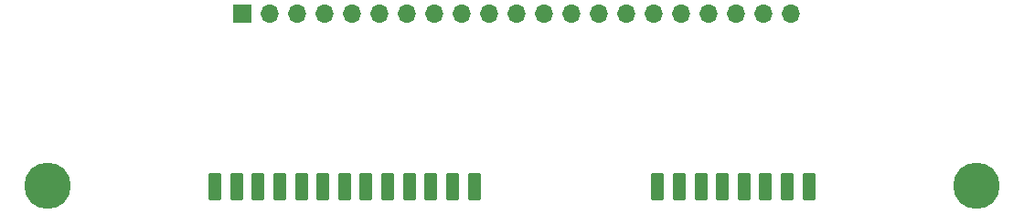
<source format=gts>
G04 #@! TF.GenerationSoftware,KiCad,Pcbnew,8.0.1*
G04 #@! TF.CreationDate,2024-07-23T13:12:02+08:00*
G04 #@! TF.ProjectId,Test Prototype for v0.3,54657374-2050-4726-9f74-6f7479706520,rev?*
G04 #@! TF.SameCoordinates,Original*
G04 #@! TF.FileFunction,Soldermask,Top*
G04 #@! TF.FilePolarity,Negative*
%FSLAX46Y46*%
G04 Gerber Fmt 4.6, Leading zero omitted, Abs format (unit mm)*
G04 Created by KiCad (PCBNEW 8.0.1) date 2024-07-23 13:12:02*
%MOMM*%
%LPD*%
G01*
G04 APERTURE LIST*
G04 Aperture macros list*
%AMRoundRect*
0 Rectangle with rounded corners*
0 $1 Rounding radius*
0 $2 $3 $4 $5 $6 $7 $8 $9 X,Y pos of 4 corners*
0 Add a 4 corners polygon primitive as box body*
4,1,4,$2,$3,$4,$5,$6,$7,$8,$9,$2,$3,0*
0 Add four circle primitives for the rounded corners*
1,1,$1+$1,$2,$3*
1,1,$1+$1,$4,$5*
1,1,$1+$1,$6,$7*
1,1,$1+$1,$8,$9*
0 Add four rect primitives between the rounded corners*
20,1,$1+$1,$2,$3,$4,$5,0*
20,1,$1+$1,$4,$5,$6,$7,0*
20,1,$1+$1,$6,$7,$8,$9,0*
20,1,$1+$1,$8,$9,$2,$3,0*%
G04 Aperture macros list end*
%ADD10RoundRect,0.102000X-0.500000X1.138750X-0.500000X-1.138750X0.500000X-1.138750X0.500000X1.138750X0*%
%ADD11C,4.300000*%
%ADD12R,1.700000X1.700000*%
%ADD13O,1.700000X1.700000*%
G04 APERTURE END LIST*
D10*
X140500000Y-90088750D03*
D11*
X191000000Y-90000000D03*
D10*
X175500000Y-90088750D03*
D12*
X123000000Y-74000000D03*
D13*
X125540000Y-74000000D03*
X128080000Y-74000000D03*
X130620000Y-74000000D03*
X133160000Y-74000000D03*
X135700000Y-74000000D03*
X138240000Y-74000000D03*
X140780000Y-74000000D03*
X143320000Y-74000000D03*
X145860000Y-74000000D03*
X148400000Y-74000000D03*
X150940000Y-74000000D03*
X153480000Y-74000000D03*
X156020000Y-74000000D03*
X158560000Y-74000000D03*
X161100000Y-74000000D03*
X163640000Y-74000000D03*
X166180000Y-74000000D03*
X168720000Y-74000000D03*
X171260000Y-74000000D03*
X173800000Y-74000000D03*
D10*
X130500000Y-90088750D03*
X165500000Y-90088750D03*
X169500000Y-90088750D03*
X142500000Y-90088750D03*
X122500000Y-90088750D03*
X173500000Y-90088750D03*
X138500000Y-90088750D03*
X126500000Y-90088750D03*
D11*
X105000000Y-90000000D03*
D10*
X120500000Y-90088750D03*
X144500000Y-90088750D03*
X132500000Y-90088750D03*
X161500000Y-90088750D03*
X124500000Y-90088750D03*
X128500000Y-90088750D03*
X171500000Y-90088750D03*
X163500000Y-90088750D03*
X134500000Y-90088750D03*
X167500000Y-90088750D03*
X136500000Y-90088750D03*
M02*

</source>
